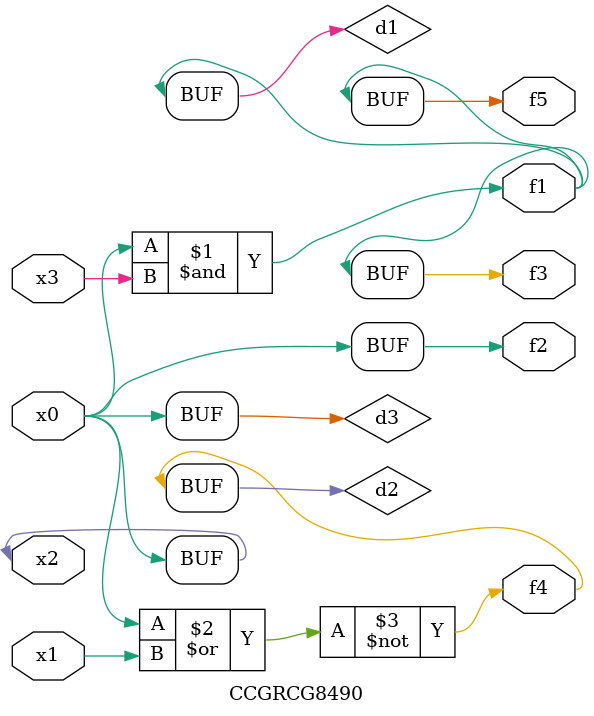
<source format=v>
module CCGRCG8490(
	input x0, x1, x2, x3,
	output f1, f2, f3, f4, f5
);

	wire d1, d2, d3;

	and (d1, x2, x3);
	nor (d2, x0, x1);
	buf (d3, x0, x2);
	assign f1 = d1;
	assign f2 = d3;
	assign f3 = d1;
	assign f4 = d2;
	assign f5 = d1;
endmodule

</source>
